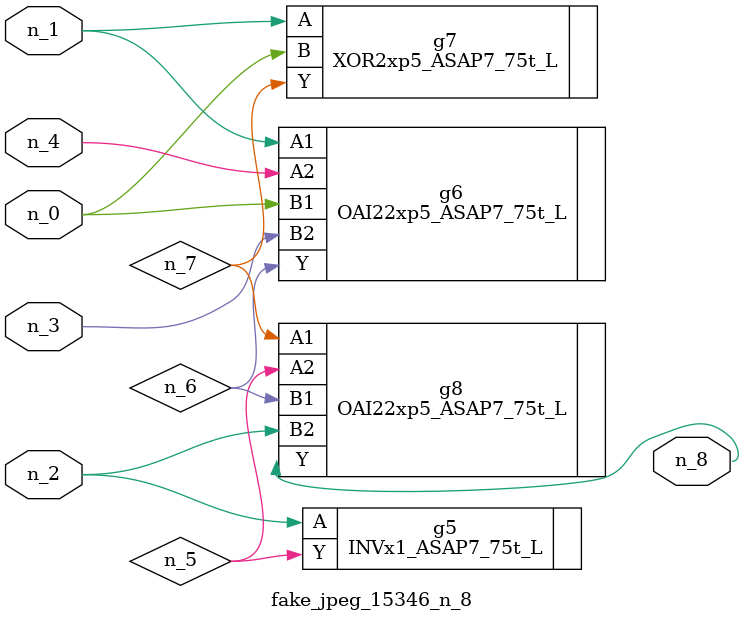
<source format=v>
module fake_jpeg_15346_n_8 (n_3, n_2, n_1, n_0, n_4, n_8);

input n_3;
input n_2;
input n_1;
input n_0;
input n_4;

output n_8;

wire n_6;
wire n_5;
wire n_7;

INVx1_ASAP7_75t_L g5 ( 
.A(n_2),
.Y(n_5)
);

OAI22xp5_ASAP7_75t_L g6 ( 
.A1(n_1),
.A2(n_4),
.B1(n_0),
.B2(n_3),
.Y(n_6)
);

XOR2xp5_ASAP7_75t_L g7 ( 
.A(n_1),
.B(n_0),
.Y(n_7)
);

OAI22xp5_ASAP7_75t_L g8 ( 
.A1(n_7),
.A2(n_5),
.B1(n_6),
.B2(n_2),
.Y(n_8)
);


endmodule
</source>
